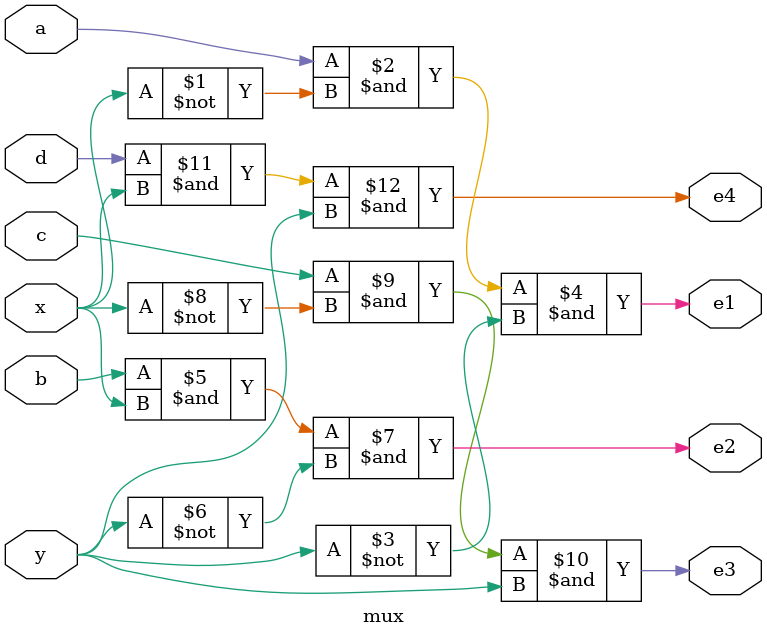
<source format=v>
`timescale 1ns / 1ps

module mux(
    input x, y, a, b, c, d,
    output e1, e2, e3, e4  
    );

assign e1 = a & (~x) & (~y);
assign e2 = b & x & (~y);
assign e3 = c & (~x) & y;
assign e4 = d & x & y;

endmodule
</source>
